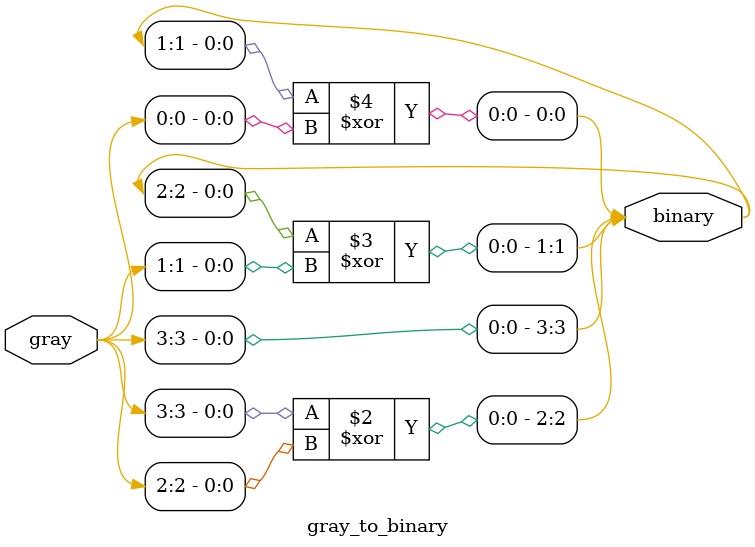
<source format=v>
module gray_to_binary (
    input [3:0] gray,
    output reg [3:0] binary
);

    always @(gray) begin
        binary[3] = gray[3];
        binary[2] = binary[3] ^ gray[2];
        binary[1] = binary[2] ^ gray[1];
        binary[0] = binary[1] ^ gray[0];
    end

endmodule

</source>
